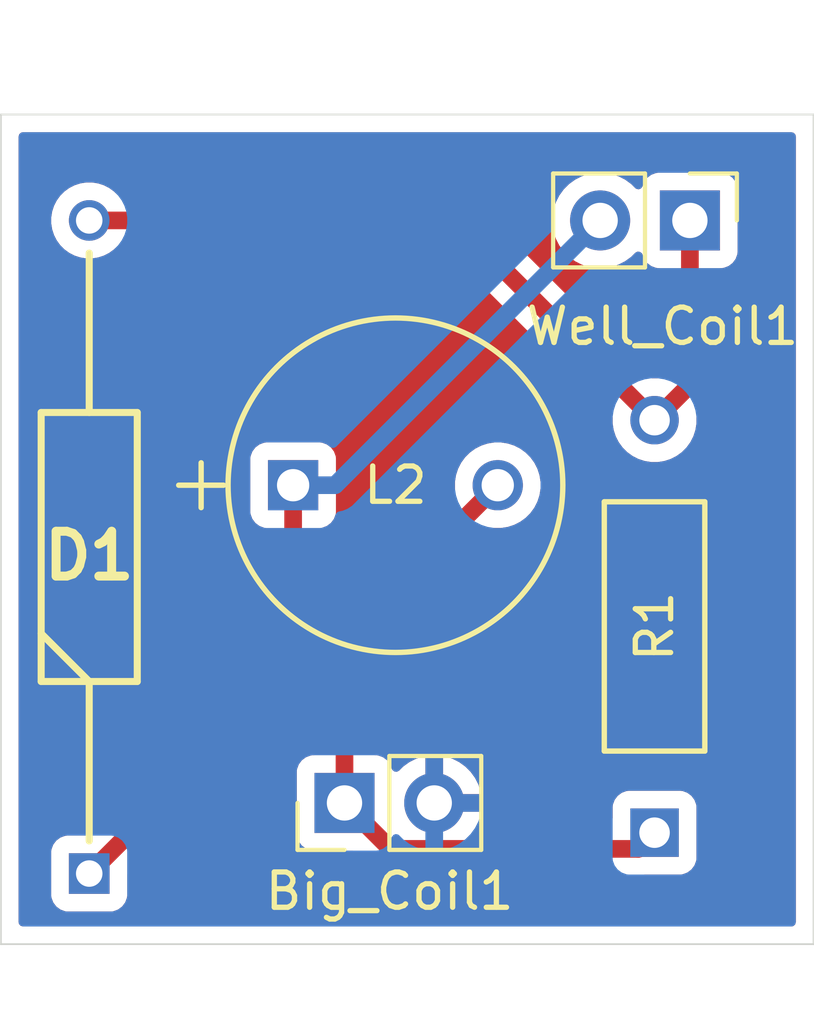
<source format=kicad_pcb>
(kicad_pcb (version 20241229) (generator "pcbnew") (generator_version "9.0")
  (layers (0 "F.Cu" signal) (2 "B.Cu" signal) (13 "F.Paste" user) (15 "B.Paste" user) (5 "F.SilkS" user "F.Silkscreen") (7 "B.SilkS" user "B.Silkscreen") (1 "F.Mask" user) (3 "B.Mask" user) (25 "Edge.Cuts" user))
  (net 0 "")
  (net 1 "GND")
  (net 2 "Net-(Big_Coil1-Pin_1)")
  (net 3 "Net-(D1-A)")
  (net 4 "Net-(D1-K)")
  (footprint "Lib_1N34A:DIOAD1850W56L762D272" (layer "F.Cu") (at 114 87.5 90)
    (property "Reference" "D1" (at 9 0 180) (layer "F.SilkS") (effects (font (size 1.27 1.27) (thickness 0.254))))
    (property "Value" "1N34A-TP" (hide yes))
    (fp_line (start 13.06 -1.36) (end 13.06 1.36) (stroke (width 0.2)) (layer "F.SilkS"))
    (fp_line (start 5.44 -1.36) (end 13.06 -1.36) (stroke (width 0.2)) (layer "F.SilkS"))
    (fp_line (start 13.06 0) (end 17.575 0) (stroke (width 0.2)) (layer "F.SilkS"))
    (fp_line (start 5.44 0) (end 6.8 -1.36) (stroke (width 0.2)) (layer "F.SilkS"))
    (fp_line (start 0.925 0) (end 5.44 0) (stroke (width 0.2)) (layer "F.SilkS"))
    (fp_line (start 13.06 1.36) (end 5.44 1.36) (stroke (width 0.2)) (layer "F.SilkS"))
    (fp_line (start 5.44 1.36) (end 5.44 -1.36) (stroke (width 0.2)) (layer "F.SilkS"))
    (pad "1" thru_hole rect (at 0 0 90) (size 1.15 1.15) (drill 0.75) (layers "*.Cu" "*.Mask") (net 4 "Net-(D1-K)"))
    (pad "2" thru_hole circle (at 18.5 0 90) (size 1.15 1.15) (drill 0.75) (layers "*.Cu" "*.Mask") (net 3 "Net-(D1-A)"))
  )
  (footprint "Connector_PinHeader_2.54mm:PinHeader_1x02_P2.54mm_Vertical" (layer "F.Cu") (at 131 69 -90)
    (property "Reference" "Well_Coil1" (at 3 0.775 0) (layer "F.SilkS"))
    (property "Value" "Conn_01x02_Pin")
    (fp_line (start -1.33 3.87) (end 1.33 3.87) (stroke (width 0.12)) (layer "F.SilkS"))
    (fp_line (start -1.33 1.27) (end -1.33 3.87) (stroke (width 0.12)) (layer "F.SilkS"))
    (fp_line (start -1.33 1.27) (end 1.33 1.27) (stroke (width 0.12)) (layer "F.SilkS"))
    (fp_line (start 1.33 1.27) (end 1.33 3.87) (stroke (width 0.12)) (layer "F.SilkS"))
    (fp_line (start -1.33 0) (end -1.33 -1.33) (stroke (width 0.12)) (layer "F.SilkS"))
    (fp_line (start -1.33 -1.33) (end 0 -1.33) (stroke (width 0.12)) (layer "F.SilkS"))
    (pad "1" thru_hole rect (at 0 0 270) (size 1.7 1.7) (drill 1) (layers "*.Cu" "*.Mask") (net 3 "Net-(D1-A)"))
    (pad "2" thru_hole oval (at 0 2.54 270) (size 1.7 1.7) (drill 1) (layers "*.Cu" "*.Mask") (net 4 "Net-(D1-K)"))
  )
  (footprint "CFR_25JB:YAG_CFR25_YAG" (layer "F.Cu") (at 130 86.342 90)
    (property "Reference" "R1" (at 5.842 0 90) (layer "F.SilkS"))
    (property "Value" "CFR-25JB-52-100K")
    (fp_line (start 9.3726 -1.4224) (end 2.3114 -1.4224) (stroke (width 0.1524)) (layer "F.SilkS"))
    (fp_line (start 2.3114 -1.4224) (end 2.3114 1.4224) (stroke (width 0.1524)) (layer "F.SilkS"))
    (fp_line (start 9.3726 1.4224) (end 9.3726 -1.4224) (stroke (width 0.1524)) (layer "F.SilkS"))
    (fp_line (start 2.3114 1.4224) (end 9.3726 1.4224) (stroke (width 0.1524)) (layer "F.SilkS"))
    (pad "1" thru_hole rect (at 0 0 90) (size 1.3716 1.3716) (drill 0.8636) (layers "*.Cu" "*.Mask") (net 2 "Net-(Big_Coil1-Pin_1)"))
    (pad "2" thru_hole circle (at 11.684 0 90) (size 1.3716 1.3716) (drill 0.8636) (layers "*.Cu" "*.Mask") (net 3 "Net-(D1-A)"))
  )
  (footprint "Connector_PinHeader_2.54mm:PinHeader_1x02_P2.54mm_Vertical" (layer "F.Cu") (at 121.225 85.5 90)
    (property "Reference" "Big_Coil1" (at -2.5 1.275 180) (layer "F.SilkS"))
    (property "Value" "Conn_01x02_Pin")
    (fp_line (start -1.33 -1.33) (end 0 -1.33) (stroke (width 0.12)) (layer "F.SilkS"))
    (fp_line (start -1.33 0) (end -1.33 -1.33) (stroke (width 0.12)) (layer "F.SilkS"))
    (fp_line (start 1.33 1.27) (end 1.33 3.87) (stroke (width 0.12)) (layer "F.SilkS"))
    (fp_line (start -1.33 1.27) (end 1.33 1.27) (stroke (width 0.12)) (layer "F.SilkS"))
    (fp_line (start -1.33 1.27) (end -1.33 3.87) (stroke (width 0.12)) (layer "F.SilkS"))
    (fp_line (start -1.33 3.87) (end 1.33 3.87) (stroke (width 0.12)) (layer "F.SilkS"))
    (pad "1" thru_hole rect (at 0 0 90) (size 1.7 1.7) (drill 1) (layers "*.Cu" "*.Mask") (net 2 "Net-(Big_Coil1-Pin_1)"))
    (pad "2" thru_hole oval (at 0 2.54 90) (size 1.7 1.7) (drill 1) (layers "*.Cu" "*.Mask") (net 1 "GND"))
  )
  (footprint "RLB0914:IND_BOURNS_RLB0914" (layer "F.Cu") (at 119.77115 76.5)
    (property "Reference" "L2" (at 2.8956 0 0) (layer "F.SilkS"))
    (property "Value" "RLB0914-120KL")
    (fp_line (start -3.2385 0) (end -1.9685 0) (stroke (width 0.1524)) (layer "F.SilkS"))
    (fp_line (start -2.6035 -0.635) (end -2.6035 0.635) (stroke (width 0.1524)) (layer "F.SilkS"))
    (fp_circle (center 2.8956 0) (end 7.6327 0) (stroke (width 0.1524)) (fill no) (layer "F.SilkS"))
    (pad "1" thru_hole rect (at 0 0) (size 1.4224 1.4224) (drill 0.9144) (layers "*.Cu" "*.Mask") (net 4 "Net-(D1-K)"))
    (pad "2" thru_hole circle (at 5.7912 0) (size 1.4224 1.4224) (drill 0.9144) (layers "*.Cu" "*.Mask") (net 2 "Net-(Big_Coil1-Pin_1)"))
  )
  (gr_line (start 134.5 89.5) (end 111.5 89.5) (stroke (width 0.05)) (layer "Edge.Cuts"))
  (gr_line (start 134.5 66) (end 134.5 89.5) (stroke (width 0.05)) (layer "Edge.Cuts"))
  (gr_line (start 111.5 66) (end 134.5 66) (stroke (width 0.05)) (layer "Edge.Cuts"))
  (gr_line (start 111.5 66) (end 111.5 89.5) (stroke (width 0.05)) (layer "Edge.Cuts"))
  (segment (start 121.225 80.83735) (end 121.225 85.5) (width 0.5) (layer "F.Cu") (net 2))
  (segment (start 122.526 86.801) (end 121.225 85.5) (width 0.5) (layer "F.Cu") (net 2))
  (segment (start 129.541 86.801) (end 122.526 86.801) (width 0.5) (layer "F.Cu") (net 2))
  (segment (start 125.56235 76.5) (end 121.225 80.83735) (width 0.5) (layer "F.Cu") (net 2))
  (segment (start 130 86.342) (end 129.541 86.801) (width 0.5) (layer "F.Cu") (net 2))
  (segment (start 131 69) (end 131 73.658) (width 0.5) (layer "F.Cu") (net 3))
  (segment (start 114 69) (end 124.342 69) (width 0.5) (layer "F.Cu") (net 3))
  (segment (start 124.342 69) (end 130 74.658) (width 0.5) (layer "F.Cu") (net 3))
  (segment (start 131 73.658) (end 130 74.658) (width 0.5) (layer "F.Cu") (net 3))
  (segment (start 114 87.5) (end 119.5 82) (width 0.5) (layer "F.Cu") (net 4))
  (segment (start 119.5 82) (end 119.5 81) (width 0.5) (layer "F.Cu") (net 4))
  (segment (start 119.77115 80.72885) (end 119.77115 76.5) (width 0.5) (layer "F.Cu") (net 4))
  (segment (start 119.5 81) (end 119.77115 80.72885) (width 0.5) (layer "F.Cu") (net 4))
  (segment (start 120.96 76.5) (end 119.77115 76.5) (width 0.5) (layer "B.Cu") (net 4))
  (segment (start 128.46 69) (end 120.96 76.5) (width 0.5) (layer "B.Cu") (net 4))
  (zone (net 1) (net_name "GND") (layers "F.Cu" "B.Cu") (connect_pads (clearance 0.5)) (min_thickness 0.25) (fill yes (thermal_gap 0.5) (thermal_bridge_width 0.5))
    (polygon (pts (xy 111.5 66) (xy 134.5 66) (xy 134.5 89.5) (xy 111.5 89.5)))
  )
)
</source>
